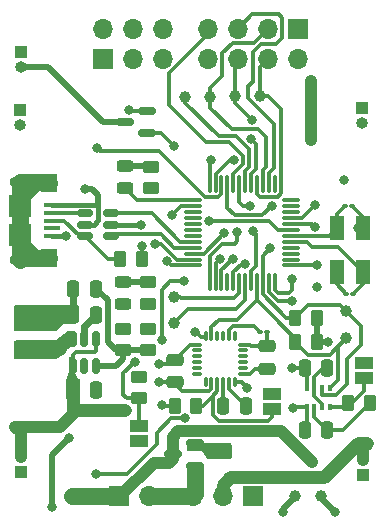
<source format=gbr>
%TF.GenerationSoftware,KiCad,Pcbnew,7.0.6-1.fc38*%
%TF.CreationDate,2023-08-03T18:28:49+02:00*%
%TF.ProjectId,quadcopter-flight-controler,71756164-636f-4707-9465-722d666c6967,rev?*%
%TF.SameCoordinates,Original*%
%TF.FileFunction,Copper,L1,Top*%
%TF.FilePolarity,Positive*%
%FSLAX46Y46*%
G04 Gerber Fmt 4.6, Leading zero omitted, Abs format (unit mm)*
G04 Created by KiCad (PCBNEW 7.0.6-1.fc38) date 2023-08-03 18:28:49*
%MOMM*%
%LPD*%
G01*
G04 APERTURE LIST*
G04 Aperture macros list*
%AMRoundRect*
0 Rectangle with rounded corners*
0 $1 Rounding radius*
0 $2 $3 $4 $5 $6 $7 $8 $9 X,Y pos of 4 corners*
0 Add a 4 corners polygon primitive as box body*
4,1,4,$2,$3,$4,$5,$6,$7,$8,$9,$2,$3,0*
0 Add four circle primitives for the rounded corners*
1,1,$1+$1,$2,$3*
1,1,$1+$1,$4,$5*
1,1,$1+$1,$6,$7*
1,1,$1+$1,$8,$9*
0 Add four rect primitives between the rounded corners*
20,1,$1+$1,$2,$3,$4,$5,0*
20,1,$1+$1,$4,$5,$6,$7,0*
20,1,$1+$1,$6,$7,$8,$9,0*
20,1,$1+$1,$8,$9,$2,$3,0*%
G04 Aperture macros list end*
%TA.AperFunction,ComponentPad*%
%ADD10R,1.700000X1.700000*%
%TD*%
%TA.AperFunction,ComponentPad*%
%ADD11O,1.700000X1.700000*%
%TD*%
%TA.AperFunction,SMDPad,CuDef*%
%ADD12R,0.350000X0.500000*%
%TD*%
%TA.AperFunction,SMDPad,CuDef*%
%ADD13RoundRect,0.250000X0.475000X-0.250000X0.475000X0.250000X-0.475000X0.250000X-0.475000X-0.250000X0*%
%TD*%
%TA.AperFunction,SMDPad,CuDef*%
%ADD14C,1.000000*%
%TD*%
%TA.AperFunction,SMDPad,CuDef*%
%ADD15RoundRect,0.243750X-0.456250X0.243750X-0.456250X-0.243750X0.456250X-0.243750X0.456250X0.243750X0*%
%TD*%
%TA.AperFunction,ComponentPad*%
%ADD16R,1.000000X1.000000*%
%TD*%
%TA.AperFunction,ComponentPad*%
%ADD17O,1.000000X1.000000*%
%TD*%
%TA.AperFunction,SMDPad,CuDef*%
%ADD18R,3.400000X0.980000*%
%TD*%
%TA.AperFunction,SMDPad,CuDef*%
%ADD19RoundRect,0.250000X-0.250000X-0.475000X0.250000X-0.475000X0.250000X0.475000X-0.250000X0.475000X0*%
%TD*%
%TA.AperFunction,SMDPad,CuDef*%
%ADD20RoundRect,0.250000X-0.450000X0.262500X-0.450000X-0.262500X0.450000X-0.262500X0.450000X0.262500X0*%
%TD*%
%TA.AperFunction,SMDPad,CuDef*%
%ADD21RoundRect,0.075000X0.662500X0.075000X-0.662500X0.075000X-0.662500X-0.075000X0.662500X-0.075000X0*%
%TD*%
%TA.AperFunction,SMDPad,CuDef*%
%ADD22RoundRect,0.075000X0.075000X0.662500X-0.075000X0.662500X-0.075000X-0.662500X0.075000X-0.662500X0*%
%TD*%
%TA.AperFunction,SMDPad,CuDef*%
%ADD23R,1.500000X1.000000*%
%TD*%
%TA.AperFunction,SMDPad,CuDef*%
%ADD24RoundRect,0.150000X0.587500X0.150000X-0.587500X0.150000X-0.587500X-0.150000X0.587500X-0.150000X0*%
%TD*%
%TA.AperFunction,SMDPad,CuDef*%
%ADD25R,1.200000X2.000000*%
%TD*%
%TA.AperFunction,SMDPad,CuDef*%
%ADD26R,1.350000X0.400000*%
%TD*%
%TA.AperFunction,SMDPad,CuDef*%
%ADD27R,1.400000X1.600000*%
%TD*%
%TA.AperFunction,SMDPad,CuDef*%
%ADD28R,1.900000X1.900000*%
%TD*%
%TA.AperFunction,ComponentPad*%
%ADD29O,1.800000X0.900000*%
%TD*%
%TA.AperFunction,SMDPad,CuDef*%
%ADD30RoundRect,0.250000X0.450000X-0.262500X0.450000X0.262500X-0.450000X0.262500X-0.450000X-0.262500X0*%
%TD*%
%TA.AperFunction,SMDPad,CuDef*%
%ADD31RoundRect,0.250000X0.250000X0.475000X-0.250000X0.475000X-0.250000X-0.475000X0.250000X-0.475000X0*%
%TD*%
%TA.AperFunction,SMDPad,CuDef*%
%ADD32RoundRect,0.075000X-0.350000X-0.075000X0.350000X-0.075000X0.350000X0.075000X-0.350000X0.075000X0*%
%TD*%
%TA.AperFunction,SMDPad,CuDef*%
%ADD33RoundRect,0.075000X0.075000X-0.350000X0.075000X0.350000X-0.075000X0.350000X-0.075000X-0.350000X0*%
%TD*%
%TA.AperFunction,SMDPad,CuDef*%
%ADD34RoundRect,0.250000X0.262500X0.450000X-0.262500X0.450000X-0.262500X-0.450000X0.262500X-0.450000X0*%
%TD*%
%TA.AperFunction,SMDPad,CuDef*%
%ADD35RoundRect,0.100000X0.130000X0.100000X-0.130000X0.100000X-0.130000X-0.100000X0.130000X-0.100000X0*%
%TD*%
%TA.AperFunction,SMDPad,CuDef*%
%ADD36RoundRect,0.250000X-0.262500X-0.450000X0.262500X-0.450000X0.262500X0.450000X-0.262500X0.450000X0*%
%TD*%
%TA.AperFunction,SMDPad,CuDef*%
%ADD37RoundRect,0.100000X-0.130000X-0.100000X0.130000X-0.100000X0.130000X0.100000X-0.130000X0.100000X0*%
%TD*%
%TA.AperFunction,SMDPad,CuDef*%
%ADD38RoundRect,0.150000X0.512500X0.150000X-0.512500X0.150000X-0.512500X-0.150000X0.512500X-0.150000X0*%
%TD*%
%TA.AperFunction,SMDPad,CuDef*%
%ADD39RoundRect,0.150000X-0.150000X0.512500X-0.150000X-0.512500X0.150000X-0.512500X0.150000X0.512500X0*%
%TD*%
%TA.AperFunction,ViaPad*%
%ADD40C,0.800000*%
%TD*%
%TA.AperFunction,Conductor*%
%ADD41C,0.300000*%
%TD*%
%TA.AperFunction,Conductor*%
%ADD42C,0.550000*%
%TD*%
%TA.AperFunction,Conductor*%
%ADD43C,0.620000*%
%TD*%
%TA.AperFunction,Conductor*%
%ADD44C,0.500000*%
%TD*%
%TA.AperFunction,Conductor*%
%ADD45C,1.000000*%
%TD*%
%TA.AperFunction,Conductor*%
%ADD46C,0.400000*%
%TD*%
%TA.AperFunction,Conductor*%
%ADD47C,1.100000*%
%TD*%
%TA.AperFunction,Conductor*%
%ADD48C,1.400000*%
%TD*%
G04 APERTURE END LIST*
D10*
%TO.P,J8,1,Pin_1*%
%TO.N,GND*%
X162320000Y-82600000D03*
D11*
%TO.P,J8,2,Pin_2*%
%TO.N,/OUT_PB1*%
X162320000Y-85140000D03*
%TO.P,J8,3,Pin_3*%
%TO.N,/SPI_SCK*%
X159780000Y-82600000D03*
%TO.P,J8,4,Pin_4*%
%TO.N,/SPI_MISO*%
X159780000Y-85140000D03*
%TO.P,J8,5,Pin_5*%
%TO.N,/GPIO_EXTI4*%
X157240000Y-82600000D03*
%TO.P,J8,6,Pin_6*%
%TO.N,/SPI_MOSI*%
X157240000Y-85140000D03*
%TO.P,J8,7,Pin_7*%
%TO.N,/OUT_PB2*%
X154700000Y-82600000D03*
%TO.P,J8,8,Pin_8*%
%TO.N,VDD*%
X154700000Y-85140000D03*
%TD*%
D12*
%TO.P,U6,1,GND*%
%TO.N,GND*%
X163050000Y-113050000D03*
%TO.P,U6,2,CSB*%
%TO.N,VDD*%
X163700000Y-113050000D03*
%TO.P,U6,3,SDI*%
%TO.N,/I2C_SDA*%
X164350000Y-113050000D03*
%TO.P,U6,4,SCK*%
%TO.N,/I2C_SCL*%
X165000000Y-113050000D03*
%TO.P,U6,5,SDO*%
%TO.N,Net-(JP3-A)*%
X165000000Y-114650000D03*
%TO.P,U6,6,VDDIO*%
%TO.N,VDD*%
X164350000Y-114650000D03*
%TO.P,U6,7,GND*%
%TO.N,GND*%
X163700000Y-114650000D03*
%TO.P,U6,8,VDD*%
%TO.N,VDD*%
X163050000Y-114650000D03*
%TD*%
D13*
%TO.P,C14,1*%
%TO.N,VDD*%
X159700000Y-111400000D03*
%TO.P,C14,2*%
%TO.N,GND*%
X159700000Y-109500000D03*
%TD*%
D14*
%TO.P,J19,1,Pin_1*%
%TO.N,/SPI_CS*%
X152800000Y-88400000D03*
%TD*%
D15*
%TO.P,D6,1,K*%
%TO.N,Net-(D6-K)*%
X147700000Y-94262500D03*
%TO.P,D6,2,A*%
%TO.N,/GPIO_PB12*%
X147700000Y-96137500D03*
%TD*%
D14*
%TO.P,J16,1,Pin_1*%
%TO.N,VDD*%
X162100000Y-122200000D03*
%TD*%
D13*
%TO.P,C2,1*%
%TO.N,VDD*%
X151900000Y-112550000D03*
%TO.P,C2,2*%
%TO.N,GND*%
X151900000Y-110650000D03*
%TD*%
D16*
%TO.P,J5,1,Pin_1*%
%TO.N,Net-(D3-A)*%
X138800000Y-89450000D03*
D17*
%TO.P,J5,2,Pin_2*%
%TO.N,VDC*%
X138800000Y-90720000D03*
%TD*%
D18*
%TO.P,L1,1,1*%
%TO.N,Net-(U1-SW)*%
X140050000Y-110000000D03*
%TO.P,L1,2,2*%
%TO.N,VDD*%
X140050000Y-107630000D03*
%TD*%
D14*
%TO.P,J15,1,Pin_1*%
%TO.N,/SPI_SCK*%
X154900000Y-88400000D03*
%TD*%
D19*
%TO.P,C13,1*%
%TO.N,VDD*%
X143300000Y-106815000D03*
%TO.P,C13,2*%
%TO.N,GND*%
X145200000Y-106815000D03*
%TD*%
%TO.P,C1,1*%
%TO.N,VDD*%
X143300000Y-104615000D03*
%TO.P,C1,2*%
%TO.N,Net-(U1-FB)*%
X145200000Y-104615000D03*
%TD*%
%TO.P,C15,1*%
%TO.N,Net-(U5-REGOUT)*%
X156000000Y-114550000D03*
%TO.P,C15,2*%
%TO.N,GND*%
X157900000Y-114550000D03*
%TD*%
D20*
%TO.P,R18,1*%
%TO.N,Net-(D6-K)*%
X149900000Y-94287500D03*
%TO.P,R18,2*%
%TO.N,GND*%
X149900000Y-96112500D03*
%TD*%
D14*
%TO.P,J13,1,Pin_1*%
%TO.N,/SPI_MOSI*%
X157000000Y-88300000D03*
%TD*%
D20*
%TO.P,R7,1*%
%TO.N,Net-(D1-K)*%
X149600000Y-104087500D03*
%TO.P,R7,2*%
%TO.N,GND*%
X149600000Y-105912500D03*
%TD*%
D15*
%TO.P,D1,1,K*%
%TO.N,Net-(D1-K)*%
X147500000Y-104062500D03*
%TO.P,D1,2,A*%
%TO.N,VDD*%
X147500000Y-105937500D03*
%TD*%
D16*
%TO.P,J9,1,Pin_1*%
%TO.N,VDD*%
X138900000Y-84600000D03*
D17*
%TO.P,J9,2,Pin_2*%
%TO.N,Net-(J9-Pin_2)*%
X138900000Y-85870000D03*
%TD*%
D21*
%TO.P,U2,1,VBAT*%
%TO.N,VDD*%
X161762500Y-102650000D03*
%TO.P,U2,2,PC13*%
%TO.N,unconnected-(U2-PC13-Pad2)*%
X161762500Y-102150000D03*
%TO.P,U2,3,PC14*%
%TO.N,unconnected-(U2-PC14-Pad3)*%
X161762500Y-101650000D03*
%TO.P,U2,4,PC15*%
%TO.N,unconnected-(U2-PC15-Pad4)*%
X161762500Y-101150000D03*
%TO.P,U2,5,PD0*%
%TO.N,Net-(U2-PD0)*%
X161762500Y-100650000D03*
%TO.P,U2,6,PD1*%
%TO.N,Net-(U2-PD1)*%
X161762500Y-100150000D03*
%TO.P,U2,7,NRST*%
%TO.N,/RST*%
X161762500Y-99650000D03*
%TO.P,U2,8,VSSA*%
%TO.N,GND*%
X161762500Y-99150000D03*
%TO.P,U2,9,VDDA*%
%TO.N,VDD*%
X161762500Y-98650000D03*
%TO.P,U2,10,PA0*%
%TO.N,unconnected-(U2-PA0-Pad10)*%
X161762500Y-98150000D03*
%TO.P,U2,11,PA1*%
%TO.N,unconnected-(U2-PA1-Pad11)*%
X161762500Y-97650000D03*
%TO.P,U2,12,PA2*%
%TO.N,unconnected-(U2-PA2-Pad12)*%
X161762500Y-97150000D03*
D22*
%TO.P,U2,13,PA3*%
%TO.N,unconnected-(U2-PA3-Pad13)*%
X160350000Y-95737500D03*
%TO.P,U2,14,PA4*%
%TO.N,/GPIO_EXTI4*%
X159850000Y-95737500D03*
%TO.P,U2,15,PA5*%
%TO.N,/SPI_SCK*%
X159350000Y-95737500D03*
%TO.P,U2,16,PA6*%
%TO.N,/SPI_MISO*%
X158850000Y-95737500D03*
%TO.P,U2,17,PA7*%
%TO.N,/SPI_MOSI*%
X158350000Y-95737500D03*
%TO.P,U2,18,PB0*%
%TO.N,/SPI_CS*%
X157850000Y-95737500D03*
%TO.P,U2,19,PB1*%
%TO.N,/OUT_PB1*%
X157350000Y-95737500D03*
%TO.P,U2,20,PB2*%
%TO.N,/OUT_PB2*%
X156850000Y-95737500D03*
%TO.P,U2,21,PB10*%
%TO.N,/TM2_CH3*%
X156350000Y-95737500D03*
%TO.P,U2,22,PB11*%
%TO.N,/TM2_CH4*%
X155850000Y-95737500D03*
%TO.P,U2,23,VSS*%
%TO.N,GND*%
X155350000Y-95737500D03*
%TO.P,U2,24,VDD*%
%TO.N,VDD*%
X154850000Y-95737500D03*
D21*
%TO.P,U2,25,PB12*%
%TO.N,/GPIO_PB12*%
X153437500Y-97150000D03*
%TO.P,U2,26,PB13*%
%TO.N,/GPIO_PB13*%
X153437500Y-97650000D03*
%TO.P,U2,27,PB14*%
%TO.N,unconnected-(U2-PB14-Pad27)*%
X153437500Y-98150000D03*
%TO.P,U2,28,PB15*%
%TO.N,unconnected-(U2-PB15-Pad28)*%
X153437500Y-98650000D03*
%TO.P,U2,29,PA8*%
%TO.N,unconnected-(U2-PA8-Pad29)*%
X153437500Y-99150000D03*
%TO.P,U2,30,PA9*%
%TO.N,unconnected-(U2-PA9-Pad30)*%
X153437500Y-99650000D03*
%TO.P,U2,31,PA10*%
%TO.N,unconnected-(U2-PA10-Pad31)*%
X153437500Y-100150000D03*
%TO.P,U2,32,PA11*%
%TO.N,/USB_DM*%
X153437500Y-100650000D03*
%TO.P,U2,33,PA12*%
%TO.N,/USB_DP*%
X153437500Y-101150000D03*
%TO.P,U2,34,PA13*%
%TO.N,/SWDIO*%
X153437500Y-101650000D03*
%TO.P,U2,35,VSS*%
%TO.N,GND*%
X153437500Y-102150000D03*
%TO.P,U2,36,VDD*%
%TO.N,VDD*%
X153437500Y-102650000D03*
D22*
%TO.P,U2,37,PA14*%
%TO.N,/SWCLK*%
X154850000Y-104062500D03*
%TO.P,U2,38,PA15*%
%TO.N,/TM2_CH1*%
X155350000Y-104062500D03*
%TO.P,U2,39,PB3*%
%TO.N,/TM2_CH2*%
X155850000Y-104062500D03*
%TO.P,U2,40,PB4*%
%TO.N,unconnected-(U2-PB4-Pad40)*%
X156350000Y-104062500D03*
%TO.P,U2,41,PB5*%
%TO.N,/PB5_EXTI5*%
X156850000Y-104062500D03*
%TO.P,U2,42,PB6*%
%TO.N,/USART1_TX*%
X157350000Y-104062500D03*
%TO.P,U2,43,PB7*%
%TO.N,/USART1_RX*%
X157850000Y-104062500D03*
%TO.P,U2,44,BOOT0*%
%TO.N,/BOOT0*%
X158350000Y-104062500D03*
%TO.P,U2,45,PB8*%
%TO.N,/I2C_SCL*%
X158850000Y-104062500D03*
%TO.P,U2,46,PB9*%
%TO.N,/I2C_SDA*%
X159350000Y-104062500D03*
%TO.P,U2,47,VSS*%
%TO.N,GND*%
X159850000Y-104062500D03*
%TO.P,U2,48,VDD*%
%TO.N,VDD*%
X160350000Y-104062500D03*
%TD*%
D14*
%TO.P,J11,1,Pin_1*%
%TO.N,/I2C_SCL*%
X166400000Y-108800000D03*
%TD*%
D23*
%TO.P,JP1,1,A*%
%TO.N,Net-(JP1-A)*%
X160100000Y-114800000D03*
%TO.P,JP1,2,B*%
%TO.N,VDD*%
X160100000Y-113500000D03*
%TD*%
D24*
%TO.P,Q6,1,B*%
%TO.N,Net-(Q6-B)*%
X149575000Y-91450000D03*
%TO.P,Q6,2,E*%
%TO.N,GND*%
X149575000Y-89550000D03*
%TO.P,Q6,3,C*%
%TO.N,Net-(J9-Pin_2)*%
X147700000Y-90500000D03*
%TD*%
D23*
%TO.P,JP4,1,A*%
%TO.N,/BOOT0*%
X148900000Y-116250000D03*
%TO.P,JP4,2,B*%
%TO.N,VDD*%
X148900000Y-117550000D03*
%TD*%
D25*
%TO.P,Y1,1,1*%
%TO.N,Net-(U2-PD1)*%
X165600000Y-99500000D03*
%TO.P,Y1,2,2*%
%TO.N,GND*%
X165600000Y-103200000D03*
%TO.P,Y1,3,3*%
%TO.N,Net-(U2-PD0)*%
X167800000Y-103200000D03*
%TO.P,Y1,4,4*%
%TO.N,GND*%
X167800000Y-99500000D03*
%TD*%
D11*
%TO.P,J4,1,VCC*%
%TO.N,VDD*%
X150900000Y-85175000D03*
%TO.P,J4,2,SWDIO*%
%TO.N,/SWDIO*%
X150900000Y-82635000D03*
%TO.P,J4,3,~{RESET}*%
%TO.N,/RST*%
X148360000Y-85175000D03*
%TO.P,J4,4,SWCLK*%
%TO.N,/SWCLK*%
X148360000Y-82635000D03*
D10*
%TO.P,J4,5,GND*%
%TO.N,GND*%
X145820000Y-85175000D03*
D11*
%TO.P,J4,6,SWO*%
%TO.N,unconnected-(J4-SWO-Pad6)*%
X145820000Y-82635000D03*
%TD*%
D26*
%TO.P,J2,1,VUSB*%
%TO.N,+5V*%
X141500000Y-97550000D03*
%TO.P,J2,2,D-*%
%TO.N,/USB_CONN_DM*%
X141500000Y-98200000D03*
%TO.P,J2,3,D+*%
%TO.N,/USB_CONN_DP*%
X141500000Y-98850000D03*
%TO.P,J2,4,ID*%
%TO.N,unconnected-(J2-ID-Pad4)*%
X141500000Y-99500000D03*
%TO.P,J2,5,GND*%
%TO.N,GND*%
X141500000Y-100150000D03*
D27*
%TO.P,J2,S1,SHIELD*%
%TO.N,unconnected-(J2-SHIELD-PadS1)*%
X141275000Y-95650000D03*
%TO.P,J2,S2,SHIELD*%
X141275000Y-102050000D03*
D28*
%TO.P,J2,S3,SHIELD*%
X138825000Y-100050000D03*
%TO.P,J2,S4,SHIELD*%
X138825000Y-97650000D03*
D29*
%TO.P,J2,S5,SHIELD*%
X138825000Y-95550000D03*
%TO.P,J2,S6,SHIELD*%
X138825000Y-102150000D03*
%TD*%
D14*
%TO.P,J17,1,Pin_1*%
%TO.N,/USART1_TX*%
X151800000Y-105300000D03*
%TD*%
%TO.P,J10,1,Pin_1*%
%TO.N,/I2C_SDA*%
X166400000Y-106500000D03*
%TD*%
D16*
%TO.P,J7,1,Pin_1*%
%TO.N,Net-(D5-A)*%
X138875000Y-120125000D03*
D17*
%TO.P,J7,2,Pin_2*%
%TO.N,VDC*%
X138875000Y-118855000D03*
%TD*%
D30*
%TO.P,R3,1*%
%TO.N,/BOOT0*%
X148900000Y-113912500D03*
%TO.P,R3,2*%
%TO.N,GND*%
X148900000Y-112087500D03*
%TD*%
D31*
%TO.P,C18,1*%
%TO.N,VDD*%
X164800000Y-111350000D03*
%TO.P,C18,2*%
%TO.N,GND*%
X162900000Y-111350000D03*
%TD*%
D19*
%TO.P,C12,1*%
%TO.N,VDC*%
X143300000Y-113215000D03*
%TO.P,C12,2*%
%TO.N,GND*%
X145200000Y-113215000D03*
%TD*%
D32*
%TO.P,U5,1,CLKIN*%
%TO.N,GND*%
X153800000Y-109350000D03*
%TO.P,U5,2,NC*%
%TO.N,unconnected-(U5-NC-Pad2)*%
X153800000Y-109850000D03*
%TO.P,U5,3,NC*%
%TO.N,unconnected-(U5-NC-Pad3)*%
X153800000Y-110350000D03*
%TO.P,U5,4,NC*%
%TO.N,unconnected-(U5-NC-Pad4)*%
X153800000Y-110850000D03*
%TO.P,U5,5,NC*%
%TO.N,unconnected-(U5-NC-Pad5)*%
X153800000Y-111350000D03*
%TO.P,U5,6,AUX_DA*%
%TO.N,unconnected-(U5-AUX_DA-Pad6)*%
X153800000Y-111850000D03*
D33*
%TO.P,U5,7,AUX_CL*%
%TO.N,unconnected-(U5-AUX_CL-Pad7)*%
X154500000Y-112550000D03*
%TO.P,U5,8,VLOGIC*%
%TO.N,VDD*%
X155000000Y-112550000D03*
%TO.P,U5,9,AD0*%
%TO.N,Net-(JP1-A)*%
X155500000Y-112550000D03*
%TO.P,U5,10,REGOUT*%
%TO.N,Net-(U5-REGOUT)*%
X156000000Y-112550000D03*
%TO.P,U5,11,FSYNC*%
%TO.N,GND*%
X156500000Y-112550000D03*
%TO.P,U5,12,INT*%
%TO.N,/PB5_EXTI5*%
X157000000Y-112550000D03*
D32*
%TO.P,U5,13,VDD*%
%TO.N,VDD*%
X157700000Y-111850000D03*
%TO.P,U5,14,NC*%
%TO.N,unconnected-(U5-NC-Pad14)*%
X157700000Y-111350000D03*
%TO.P,U5,15,NC*%
%TO.N,unconnected-(U5-NC-Pad15)*%
X157700000Y-110850000D03*
%TO.P,U5,16,NC*%
%TO.N,unconnected-(U5-NC-Pad16)*%
X157700000Y-110350000D03*
%TO.P,U5,17,NC*%
%TO.N,unconnected-(U5-NC-Pad17)*%
X157700000Y-109850000D03*
%TO.P,U5,18,GND*%
%TO.N,GND*%
X157700000Y-109350000D03*
D33*
%TO.P,U5,19,RESV*%
%TO.N,unconnected-(U5-RESV-Pad19)*%
X157000000Y-108650000D03*
%TO.P,U5,20,CPOUT*%
%TO.N,Net-(U5-CPOUT)*%
X156500000Y-108650000D03*
%TO.P,U5,21,RESV*%
%TO.N,unconnected-(U5-RESV-Pad21)*%
X156000000Y-108650000D03*
%TO.P,U5,22,RESV*%
%TO.N,unconnected-(U5-RESV-Pad22)*%
X155500000Y-108650000D03*
%TO.P,U5,23,SCL*%
%TO.N,/I2C_SCL*%
X155000000Y-108650000D03*
%TO.P,U5,24,SDA*%
%TO.N,/I2C_SDA*%
X154500000Y-108650000D03*
%TD*%
D14*
%TO.P,J18,1,Pin_1*%
%TO.N,/USART1_RX*%
X151800000Y-107500000D03*
%TD*%
D34*
%TO.P,R1,1*%
%TO.N,VDD*%
X163925000Y-109100000D03*
%TO.P,R1,2*%
%TO.N,/I2C_SCL*%
X162100000Y-109100000D03*
%TD*%
D23*
%TO.P,JP3,1,A*%
%TO.N,Net-(JP3-A)*%
X167900000Y-112200000D03*
%TO.P,JP3,2,B*%
%TO.N,VDD*%
X167900000Y-110900000D03*
%TD*%
D30*
%TO.P,R6,1*%
%TO.N,Net-(U1-FB)*%
X149600000Y-109825000D03*
%TO.P,R6,2*%
%TO.N,VDD*%
X149600000Y-108000000D03*
%TD*%
D14*
%TO.P,J12,1,Pin_1*%
%TO.N,GND*%
X164300000Y-122200000D03*
%TD*%
D35*
%TO.P,C11,1*%
%TO.N,GND*%
X166920000Y-97645000D03*
%TO.P,C11,2*%
%TO.N,Net-(U2-PD1)*%
X166280000Y-97645000D03*
%TD*%
D36*
%TO.P,R9,1*%
%TO.N,Net-(JP3-A)*%
X166600000Y-114300000D03*
%TO.P,R9,2*%
%TO.N,GND*%
X168425000Y-114300000D03*
%TD*%
D19*
%TO.P,C17,1*%
%TO.N,VDD*%
X162900000Y-116600000D03*
%TO.P,C17,2*%
%TO.N,GND*%
X164800000Y-116600000D03*
%TD*%
D37*
%TO.P,C10,1*%
%TO.N,GND*%
X166380000Y-105045000D03*
%TO.P,C10,2*%
%TO.N,Net-(U2-PD0)*%
X167020000Y-105045000D03*
%TD*%
D10*
%TO.P,J20,1,Pin_1*%
%TO.N,+5V*%
X158480000Y-122200000D03*
D11*
%TO.P,J20,2,Pin_2*%
%TO.N,VDC*%
X155940000Y-122200000D03*
%TO.P,J20,3,Pin_3*%
%TO.N,+BATT*%
X153400000Y-122200000D03*
%TD*%
D14*
%TO.P,J14,1,Pin_1*%
%TO.N,/SPI_MISO*%
X159100000Y-88300000D03*
%TD*%
D37*
%TO.P,C16,1*%
%TO.N,Net-(U5-CPOUT)*%
X159080000Y-108300000D03*
%TO.P,C16,2*%
%TO.N,GND*%
X159720000Y-108300000D03*
%TD*%
D34*
%TO.P,R2,1*%
%TO.N,VDD*%
X149100000Y-102100000D03*
%TO.P,R2,2*%
%TO.N,/USB_CONN_DP*%
X147275000Y-102100000D03*
%TD*%
D16*
%TO.P,J6,1,Pin_1*%
%TO.N,Net-(D4-A)*%
X167725000Y-89350000D03*
D17*
%TO.P,J6,2,Pin_2*%
%TO.N,VDC*%
X167725000Y-90620000D03*
%TD*%
D30*
%TO.P,R5,1*%
%TO.N,Net-(U1-FB)*%
X147500000Y-109825000D03*
%TO.P,R5,2*%
%TO.N,GND*%
X147500000Y-108000000D03*
%TD*%
D10*
%TO.P,J3,1,Pin_1*%
%TO.N,-BATT*%
X147200000Y-122200000D03*
D11*
%TO.P,J3,2,Pin_2*%
%TO.N,+BATT*%
X149740000Y-122200000D03*
%TD*%
D34*
%TO.P,R4,1*%
%TO.N,VDD*%
X163925000Y-107100000D03*
%TO.P,R4,2*%
%TO.N,/I2C_SDA*%
X162100000Y-107100000D03*
%TD*%
%TO.P,R8,1*%
%TO.N,Net-(JP1-A)*%
X153712500Y-114550000D03*
%TO.P,R8,2*%
%TO.N,GND*%
X151887500Y-114550000D03*
%TD*%
D24*
%TO.P,Q5,1,G*%
%TO.N,+BATT*%
X153600000Y-119600000D03*
%TO.P,Q5,2,S*%
%TO.N,GND*%
X153600000Y-117700000D03*
%TO.P,Q5,3,D*%
%TO.N,-BATT*%
X151725000Y-118650000D03*
%TD*%
D38*
%TO.P,U3,1,I/O1*%
%TO.N,/USB_DP*%
X146537500Y-100150000D03*
%TO.P,U3,2,GND*%
%TO.N,GND*%
X146537500Y-99200000D03*
%TO.P,U3,3,I/O2*%
%TO.N,/USB_DM*%
X146537500Y-98250000D03*
%TO.P,U3,4,I/O2*%
%TO.N,/USB_CONN_DM*%
X144262500Y-98250000D03*
%TO.P,U3,5,VBUS*%
%TO.N,+5V*%
X144262500Y-99200000D03*
%TO.P,U3,6,I/O1*%
%TO.N,/USB_CONN_DP*%
X144262500Y-100150000D03*
%TD*%
D16*
%TO.P,J1,1,Pin_1*%
%TO.N,Net-(D2-A)*%
X167800000Y-120400000D03*
D17*
%TO.P,J1,2,Pin_2*%
%TO.N,VDC*%
X167800000Y-119130000D03*
%TD*%
D39*
%TO.P,U1,1,EN*%
%TO.N,VDC*%
X145200000Y-108877500D03*
%TO.P,U1,2,GND*%
%TO.N,GND*%
X144250000Y-108877500D03*
%TO.P,U1,3,SW*%
%TO.N,Net-(U1-SW)*%
X143300000Y-108877500D03*
%TO.P,U1,4,VIN*%
%TO.N,VDC*%
X143300000Y-111152500D03*
%TO.P,U1,5,PG*%
%TO.N,unconnected-(U1-PG-Pad5)*%
X144250000Y-111152500D03*
%TO.P,U1,6,FB*%
%TO.N,Net-(U1-FB)*%
X145200000Y-111152500D03*
%TD*%
D40*
%TO.N,VDD*%
X155000000Y-93700000D03*
X161100000Y-123500000D03*
X168000000Y-110900000D03*
X163925000Y-107100000D03*
X164900000Y-109100000D03*
X149100000Y-101000000D03*
X159700000Y-111400000D03*
X160100000Y-113500000D03*
X161800000Y-103800000D03*
X151200000Y-102300000D03*
X147500000Y-106000000D03*
X150600000Y-112500000D03*
X149600000Y-108000000D03*
X143300000Y-104615000D03*
X163800000Y-97500000D03*
X148900000Y-117600000D03*
X161900000Y-114700000D03*
X163900000Y-102600000D03*
X164800000Y-111350000D03*
%TO.N,GND*%
X165500000Y-123500000D03*
X149587500Y-105912500D03*
X156900000Y-93700000D03*
X161800000Y-111300000D03*
X150600000Y-111000000D03*
X167400000Y-99500000D03*
X166200000Y-95400000D03*
X145200000Y-113200000D03*
X163800000Y-99400000D03*
X155100000Y-118400000D03*
X165600000Y-103200000D03*
X150200000Y-100800000D03*
X156100000Y-118400000D03*
X142700000Y-100200000D03*
X145200000Y-106815000D03*
X148000000Y-89500000D03*
X148900000Y-112100000D03*
X157900000Y-114550000D03*
X149900000Y-96100000D03*
X149000000Y-99200000D03*
X147500000Y-108000000D03*
X161800000Y-105700000D03*
X150800000Y-114500000D03*
X168425000Y-114300000D03*
X163900000Y-104500000D03*
X159700000Y-109500000D03*
%TO.N,/RST*%
X154800000Y-98900000D03*
%TO.N,VDC*%
X147650000Y-114900000D03*
X138400000Y-116300000D03*
X168200000Y-117700000D03*
%TO.N,/SWDIO*%
X156100000Y-99900000D03*
%TO.N,/SWCLK*%
X157200000Y-99800000D03*
%TO.N,+5V*%
X144300000Y-96200000D03*
X142950000Y-117250000D03*
X141500000Y-123100000D03*
%TO.N,/BOOT0*%
X158500000Y-99700000D03*
X152700000Y-104000000D03*
X148500000Y-110800000D03*
X150800000Y-109000000D03*
%TO.N,/SPI_MOSI*%
X158400000Y-90300000D03*
X158370023Y-91929977D03*
%TO.N,/I2C_SDA*%
X153600000Y-108300000D03*
X160000000Y-101200000D03*
%TO.N,/PB5_EXTI5*%
X158000000Y-113000000D03*
X157800000Y-102500000D03*
%TO.N,-BATT*%
X143187500Y-122200000D03*
X163412500Y-87000000D03*
X163500000Y-119300000D03*
X163400000Y-92000000D03*
%TO.N,/TM2_CH1*%
X152800000Y-115600000D03*
X155700000Y-102100000D03*
X145200000Y-120312500D03*
%TO.N,/TM2_CH2*%
X156800000Y-102100000D03*
%TO.N,/TM2_CH3*%
X160100000Y-97600000D03*
%TO.N,/TM2_CH4*%
X145312500Y-92700000D03*
%TO.N,/OUT_PB1*%
X158300000Y-97600000D03*
%TO.N,Net-(Q6-B)*%
X151800000Y-92500000D03*
%TO.N,/GPIO_PB13*%
X151700000Y-98400000D03*
%TD*%
D41*
%TO.N,VDD*%
X164473528Y-111350000D02*
X164800000Y-111350000D01*
D42*
X161100000Y-123300000D02*
X162200000Y-122200000D01*
D41*
X155000000Y-113076041D02*
X155000000Y-112550000D01*
X148900000Y-117550000D02*
X148900000Y-117600000D01*
X161550000Y-104950000D02*
X161800000Y-104700000D01*
X167900000Y-110900000D02*
X168000000Y-110900000D01*
X158226041Y-111850000D02*
X157700000Y-111850000D01*
X163700000Y-113050000D02*
X163700000Y-112123528D01*
D42*
X163925000Y-109100000D02*
X163925000Y-107100000D01*
D41*
X162650000Y-98650000D02*
X163800000Y-97500000D01*
X161900000Y-114700000D02*
X161950000Y-114650000D01*
X163700000Y-112123528D02*
X164473528Y-111350000D01*
X159700000Y-111400000D02*
X158676041Y-111400000D01*
D42*
X163925000Y-109100000D02*
X164900000Y-109100000D01*
D41*
X160606065Y-104950000D02*
X161550000Y-104950000D01*
X163700000Y-113728554D02*
X163700000Y-113050000D01*
X154850000Y-93850000D02*
X155000000Y-93700000D01*
X161950000Y-114650000D02*
X163050000Y-114650000D01*
X150650000Y-112550000D02*
X150600000Y-112500000D01*
X153437500Y-102650000D02*
X151550000Y-102650000D01*
X163050000Y-116250000D02*
X163050000Y-114650000D01*
X161762500Y-102650000D02*
X163850000Y-102650000D01*
X151550000Y-102650000D02*
X151200000Y-102300000D01*
X158676041Y-111400000D02*
X158226041Y-111850000D01*
X151800000Y-112550000D02*
X151800000Y-112600000D01*
X152525000Y-113325000D02*
X154751041Y-113325000D01*
X161762500Y-98650000D02*
X162650000Y-98650000D01*
X160350000Y-104693935D02*
X160606065Y-104950000D01*
X160350000Y-104062500D02*
X160350000Y-104693935D01*
D42*
X161100000Y-123500000D02*
X161100000Y-123300000D01*
D43*
X147500000Y-105937500D02*
X147500000Y-106000000D01*
D41*
X164350000Y-114650000D02*
X164350000Y-114378554D01*
X151800000Y-112600000D02*
X152525000Y-113325000D01*
X149100000Y-102100000D02*
X149100000Y-101000000D01*
X154751041Y-113325000D02*
X155000000Y-113076041D01*
D43*
X143300000Y-106815000D02*
X143300000Y-104615000D01*
D41*
X154850000Y-95737500D02*
X154850000Y-93850000D01*
X151900000Y-112550000D02*
X150650000Y-112550000D01*
X163850000Y-102650000D02*
X163900000Y-102600000D01*
X161800000Y-104700000D02*
X161800000Y-103800000D01*
X164350000Y-114378554D02*
X163700000Y-113728554D01*
D44*
%TO.N,Net-(U1-FB)*%
X147500000Y-109825000D02*
X146925000Y-109825000D01*
D42*
X147500000Y-109825000D02*
X149600000Y-109825000D01*
D44*
X146200000Y-109100000D02*
X146200000Y-105615000D01*
X145200000Y-111152500D02*
X146947500Y-111152500D01*
X146925000Y-109825000D02*
X146200000Y-109100000D01*
X147500000Y-110600000D02*
X147500000Y-109825000D01*
X146947500Y-111152500D02*
X147500000Y-110600000D01*
X146200000Y-105615000D02*
X145200000Y-104615000D01*
D42*
%TO.N,GND*%
X164400000Y-122400000D02*
X164400000Y-122200000D01*
D41*
X163050000Y-113050000D02*
X163050000Y-111500000D01*
X152110661Y-102150000D02*
X153437500Y-102150000D01*
D43*
X145200000Y-106815000D02*
X144250000Y-107765000D01*
D41*
X150850000Y-114550000D02*
X150800000Y-114500000D01*
X159850000Y-104901041D02*
X160648959Y-105700000D01*
X149575000Y-89550000D02*
X148050000Y-89550000D01*
X164800000Y-116600000D02*
X166125000Y-116600000D01*
X151550000Y-111000000D02*
X150600000Y-111000000D01*
D45*
X148900000Y-112087500D02*
X148900000Y-112100000D01*
D41*
X155350000Y-95737500D02*
X155350000Y-94898959D01*
X150760661Y-100800000D02*
X152110661Y-102150000D01*
X149900000Y-96112500D02*
X149900000Y-96100000D01*
X159720000Y-109480000D02*
X159700000Y-109500000D01*
D46*
X149000000Y-99200000D02*
X146537500Y-99200000D01*
D41*
X150200000Y-100800000D02*
X150760661Y-100800000D01*
D45*
X145200000Y-113215000D02*
X145200000Y-113200000D01*
D42*
X165500000Y-123500000D02*
X164400000Y-122400000D01*
D41*
X151887500Y-114550000D02*
X150850000Y-114550000D01*
D43*
X144250000Y-107765000D02*
X144250000Y-108877500D01*
D41*
X162900000Y-111350000D02*
X162850000Y-111300000D01*
X151900000Y-110650000D02*
X153200000Y-109350000D01*
X162850000Y-111300000D02*
X161800000Y-111300000D01*
X151900000Y-110650000D02*
X151550000Y-111000000D01*
D46*
X142650000Y-100150000D02*
X142700000Y-100200000D01*
D41*
X159700000Y-109500000D02*
X158376041Y-109500000D01*
X156548959Y-93700000D02*
X156900000Y-93700000D01*
X155350000Y-94898959D02*
X156548959Y-93700000D01*
X166125000Y-116600000D02*
X168425000Y-114300000D01*
D46*
X141500000Y-100150000D02*
X142650000Y-100150000D01*
D41*
X167800000Y-99500000D02*
X167800000Y-98525000D01*
X167800000Y-99500000D02*
X167400000Y-99500000D01*
X158226041Y-109350000D02*
X157700000Y-109350000D01*
X163050000Y-111500000D02*
X162900000Y-111350000D01*
X160648959Y-105700000D02*
X161800000Y-105700000D01*
X161762500Y-99150000D02*
X163550000Y-99150000D01*
X163700000Y-114650000D02*
X163700000Y-115500000D01*
X163700000Y-115500000D02*
X164800000Y-116600000D01*
X153200000Y-109350000D02*
X153800000Y-109350000D01*
X165600000Y-104265000D02*
X166380000Y-105045000D01*
X165600000Y-103200000D02*
X165600000Y-104265000D01*
X163550000Y-99150000D02*
X163800000Y-99400000D01*
X159850000Y-104062500D02*
X159850000Y-104901041D01*
X159720000Y-108300000D02*
X159720000Y-109480000D01*
X167800000Y-98525000D02*
X166920000Y-97645000D01*
X158376041Y-109500000D02*
X158226041Y-109350000D01*
X157900000Y-114550000D02*
X156500000Y-113150000D01*
D45*
X149587500Y-105912500D02*
X149600000Y-105912500D01*
D41*
X156500000Y-113150000D02*
X156500000Y-112550000D01*
X148050000Y-89550000D02*
X148000000Y-89500000D01*
%TO.N,/RST*%
X160650000Y-99650000D02*
X161762500Y-99650000D01*
X159900000Y-98900000D02*
X160650000Y-99650000D01*
X154800000Y-98900000D02*
X159900000Y-98900000D01*
%TO.N,Net-(U2-PD0)*%
X167800000Y-103200000D02*
X167800000Y-104265000D01*
X163050000Y-100650000D02*
X163500000Y-101100000D01*
X167800000Y-104265000D02*
X167020000Y-105045000D01*
X165700000Y-101100000D02*
X167800000Y-103200000D01*
X161762500Y-100650000D02*
X163050000Y-100650000D01*
X163500000Y-101100000D02*
X165700000Y-101100000D01*
D47*
%TO.N,VDC*%
X164500000Y-120600000D02*
X167400000Y-117700000D01*
D45*
X143300000Y-113215000D02*
X143300000Y-115200000D01*
D47*
X155940000Y-121260000D02*
X156600000Y-120600000D01*
D41*
X145200000Y-109900000D02*
X145200000Y-108877500D01*
D47*
X167400000Y-117700000D02*
X168200000Y-117700000D01*
D41*
X143300000Y-111152500D02*
X143300000Y-110200000D01*
D45*
X138875000Y-116775000D02*
X138875000Y-118855000D01*
D47*
X168100000Y-117800000D02*
X168200000Y-117700000D01*
D45*
X167800000Y-118100000D02*
X167800000Y-119130000D01*
X143300000Y-115200000D02*
X142200000Y-116300000D01*
D47*
X156600000Y-120600000D02*
X164500000Y-120600000D01*
D41*
X143500000Y-110000000D02*
X145100000Y-110000000D01*
D47*
X155940000Y-122200000D02*
X155940000Y-121260000D01*
D41*
X143300000Y-110200000D02*
X143500000Y-110000000D01*
X145100000Y-110000000D02*
X145200000Y-109900000D01*
D47*
X143300000Y-114600000D02*
X143300000Y-113215000D01*
D45*
X142200000Y-116300000D02*
X138400000Y-116300000D01*
D47*
X143600000Y-114900000D02*
X143300000Y-114600000D01*
D45*
X168200000Y-117700000D02*
X167800000Y-118100000D01*
X138400000Y-116300000D02*
X138875000Y-116775000D01*
D47*
X147650000Y-114900000D02*
X143600000Y-114900000D01*
D42*
%TO.N,Net-(D1-K)*%
X149575000Y-104062500D02*
X149600000Y-104087500D01*
X147500000Y-104062500D02*
X149575000Y-104062500D01*
D41*
%TO.N,/SWDIO*%
X156100000Y-99900000D02*
X154350000Y-101650000D01*
X154350000Y-101650000D02*
X153437500Y-101650000D01*
%TO.N,/SWCLK*%
X157000000Y-100800000D02*
X155907106Y-100800000D01*
X157200000Y-100600000D02*
X157000000Y-100800000D01*
X154850000Y-101857106D02*
X154850000Y-104062500D01*
X157200000Y-99800000D02*
X157200000Y-100600000D01*
X155907106Y-100800000D02*
X154850000Y-101857106D01*
D46*
%TO.N,+5V*%
X145022182Y-99200000D02*
X144262500Y-99200000D01*
X145250000Y-97550000D02*
X145400000Y-97700000D01*
D42*
X145400000Y-97700000D02*
X145400000Y-96700000D01*
X141500000Y-118700000D02*
X141500000Y-123100000D01*
X144900000Y-96200000D02*
X144300000Y-96200000D01*
X145400000Y-96700000D02*
X144900000Y-96200000D01*
D46*
X145400000Y-98822182D02*
X145022182Y-99200000D01*
X145400000Y-97700000D02*
X145400000Y-98822182D01*
X141500000Y-97550000D02*
X145250000Y-97550000D01*
D42*
X142950000Y-117250000D02*
X141500000Y-118700000D01*
D41*
%TO.N,/USB_CONN_DM*%
X144212500Y-98200000D02*
X144262500Y-98250000D01*
X141500000Y-98200000D02*
X144212500Y-98200000D01*
%TO.N,/USB_CONN_DP*%
X146212500Y-102100000D02*
X144262500Y-100150000D01*
X147275000Y-102100000D02*
X146212500Y-102100000D01*
X142542893Y-98850000D02*
X143842893Y-100150000D01*
X143842893Y-100150000D02*
X144262500Y-100150000D01*
X141500000Y-98850000D02*
X142542893Y-98850000D01*
D48*
%TO.N,unconnected-(J2-SHIELD-PadS1)*%
X140100000Y-95550000D02*
X141175000Y-95550000D01*
X141275000Y-102050000D02*
X140000000Y-102050000D01*
X138825000Y-100875000D02*
X138825000Y-100050000D01*
X141275000Y-102050000D02*
X138925000Y-102050000D01*
X138925000Y-102050000D02*
X138825000Y-102150000D01*
X138825000Y-96825000D02*
X140100000Y-95550000D01*
X138825000Y-95550000D02*
X140100000Y-95550000D01*
X138825000Y-97650000D02*
X138825000Y-96500000D01*
X141175000Y-95550000D02*
X141275000Y-95650000D01*
X138825000Y-100050000D02*
X138825000Y-97650000D01*
X138825000Y-96500000D02*
X138825000Y-95550000D01*
X140000000Y-102050000D02*
X138825000Y-100875000D01*
X138825000Y-102150000D02*
X138825000Y-100050000D01*
X138825000Y-97650000D02*
X138825000Y-96825000D01*
%TO.N,+BATT*%
X153600000Y-122000000D02*
X153600000Y-120000000D01*
X149740000Y-122200000D02*
X153400000Y-122200000D01*
X153400000Y-122200000D02*
X151087500Y-122200000D01*
X153400000Y-122200000D02*
X153600000Y-122000000D01*
D41*
%TO.N,/BOOT0*%
X151500000Y-104000000D02*
X150800000Y-104700000D01*
X158800000Y-102700000D02*
X158350000Y-103150000D01*
X147500000Y-113600000D02*
X147812500Y-113912500D01*
X148900000Y-116250000D02*
X148900000Y-113912500D01*
X158350000Y-103150000D02*
X158350000Y-104062500D01*
X150800000Y-104700000D02*
X150800000Y-109000000D01*
X158800000Y-100000000D02*
X158800000Y-102700000D01*
X148500000Y-110800000D02*
X147500000Y-111800000D01*
X158500000Y-99700000D02*
X158800000Y-100000000D01*
X152700000Y-104000000D02*
X151500000Y-104000000D01*
X147500000Y-111800000D02*
X147500000Y-113600000D01*
X147812500Y-113912500D02*
X148900000Y-113912500D01*
%TO.N,/SPI_SCK*%
X159600000Y-94300000D02*
X159350000Y-94550000D01*
X159600000Y-91800000D02*
X159600000Y-94300000D01*
X156700000Y-91100000D02*
X158900000Y-91100000D01*
X156800000Y-83800000D02*
X158580000Y-83800000D01*
X154900000Y-88400000D02*
X154900000Y-87600000D01*
X154900000Y-88400000D02*
X154900000Y-89300000D01*
X154900000Y-89300000D02*
X156700000Y-91100000D01*
X154900000Y-87600000D02*
X155900000Y-86600000D01*
X158580000Y-83800000D02*
X159780000Y-82600000D01*
X155900000Y-84700000D02*
X156800000Y-83800000D01*
X155900000Y-86600000D02*
X155900000Y-84700000D01*
X158900000Y-91100000D02*
X159600000Y-91800000D01*
X159350000Y-94550000D02*
X159350000Y-95737500D01*
%TO.N,/SPI_MISO*%
X159800000Y-88300000D02*
X159100000Y-88300000D01*
X158850000Y-95737500D02*
X158850000Y-96576041D01*
X159100000Y-88300000D02*
X159100000Y-85820000D01*
X160900000Y-96526041D02*
X160900000Y-89400000D01*
X160601041Y-96825000D02*
X160900000Y-96526041D01*
X158850000Y-96576041D02*
X159098959Y-96825000D01*
X159100000Y-85820000D02*
X159780000Y-85140000D01*
X160900000Y-89400000D02*
X159800000Y-88300000D01*
X159098959Y-96825000D02*
X160601041Y-96825000D01*
%TO.N,/SPI_MOSI*%
X158400000Y-90300000D02*
X157000000Y-88900000D01*
X158800000Y-92359954D02*
X158800000Y-94448959D01*
X157000000Y-88900000D02*
X157000000Y-88300000D01*
X158370023Y-91929977D02*
X158800000Y-92359954D01*
X158350000Y-94898959D02*
X158350000Y-95737500D01*
X157000000Y-88300000D02*
X157000000Y-85380000D01*
X158800000Y-94448959D02*
X158350000Y-94898959D01*
X157000000Y-85380000D02*
X157240000Y-85140000D01*
%TO.N,/USB_DM*%
X149950000Y-98250000D02*
X146537500Y-98250000D01*
X152350000Y-100650000D02*
X149950000Y-98250000D01*
X153437500Y-100650000D02*
X152350000Y-100650000D01*
%TO.N,/USB_DP*%
X146687500Y-100000000D02*
X146537500Y-100150000D01*
X150700000Y-100000000D02*
X146687500Y-100000000D01*
X153437500Y-101150000D02*
X151850000Y-101150000D01*
X151850000Y-101150000D02*
X150700000Y-100000000D01*
%TO.N,/I2C_SCL*%
X165700000Y-109500000D02*
X165700000Y-112350000D01*
X158850000Y-104062500D02*
X158850000Y-105600000D01*
X155600000Y-107300000D02*
X157150000Y-107300000D01*
X166400000Y-108800000D02*
X165700000Y-109500000D01*
X155000000Y-107900000D02*
X155600000Y-107300000D01*
X157150000Y-107300000D02*
X158850000Y-105600000D01*
X165700000Y-112350000D02*
X165000000Y-113050000D01*
X165000000Y-110200000D02*
X166400000Y-108800000D01*
X162100000Y-108850000D02*
X162100000Y-109100000D01*
X162100000Y-109100000D02*
X163200000Y-110200000D01*
X158850000Y-105600000D02*
X160375000Y-107125000D01*
X155000000Y-108650000D02*
X155000000Y-107900000D01*
X160375000Y-107125000D02*
X162100000Y-108850000D01*
X163200000Y-110200000D02*
X165000000Y-110200000D01*
%TO.N,/I2C_SDA*%
X159350000Y-105108147D02*
X161341853Y-107100000D01*
X166500000Y-110550000D02*
X167700000Y-109350000D01*
X154450000Y-108700000D02*
X154500000Y-108650000D01*
X166500000Y-112675000D02*
X166500000Y-110550000D01*
X161341853Y-107100000D02*
X162100000Y-107100000D01*
X165525000Y-113650000D02*
X166500000Y-112675000D01*
X153700000Y-108300000D02*
X154100000Y-108700000D01*
X160000000Y-101200000D02*
X159350000Y-101850000D01*
X154100000Y-108700000D02*
X154450000Y-108700000D01*
X159350000Y-104062500D02*
X159350000Y-105108147D01*
X167700000Y-109350000D02*
X167700000Y-107800000D01*
X153600000Y-108300000D02*
X153700000Y-108300000D01*
X164400000Y-113650000D02*
X165525000Y-113650000D01*
X165900001Y-106000001D02*
X166400000Y-106500000D01*
X163199999Y-106000001D02*
X165900001Y-106000001D01*
X167700000Y-107800000D02*
X166400000Y-106500000D01*
X162100000Y-107100000D02*
X163199999Y-106000001D01*
X159350000Y-101850000D02*
X159350000Y-104062500D01*
X164350000Y-113050000D02*
X164350000Y-113600000D01*
X164350000Y-113600000D02*
X164400000Y-113650000D01*
%TO.N,Net-(U2-PD1)*%
X165600000Y-99500000D02*
X165600000Y-98325000D01*
X165600000Y-98325000D02*
X166280000Y-97645000D01*
X164950000Y-100150000D02*
X161762500Y-100150000D01*
X165600000Y-99500000D02*
X164950000Y-100150000D01*
%TO.N,Net-(U5-REGOUT)*%
X156000000Y-114400000D02*
X156000000Y-112550000D01*
%TO.N,Net-(U5-CPOUT)*%
X156500000Y-108123959D02*
X156500000Y-108650000D01*
X156823959Y-107800000D02*
X156500000Y-108123959D01*
X158580000Y-107800000D02*
X156823959Y-107800000D01*
X159080000Y-108300000D02*
X158580000Y-107800000D01*
%TO.N,Net-(JP1-A)*%
X155100000Y-115300000D02*
X155600000Y-115800000D01*
X155100000Y-113700000D02*
X155100000Y-115300000D01*
X153712500Y-114550000D02*
X154250000Y-114550000D01*
X155500000Y-113300000D02*
X155100000Y-113700000D01*
X154250000Y-114550000D02*
X155100000Y-113700000D01*
X160100000Y-115500000D02*
X160100000Y-114800000D01*
X155600000Y-115800000D02*
X159800000Y-115800000D01*
X159800000Y-115800000D02*
X160100000Y-115500000D01*
X155500000Y-112550000D02*
X155500000Y-113300000D01*
%TO.N,Net-(JP3-A)*%
X166250000Y-114650000D02*
X166600000Y-114300000D01*
X165000000Y-114650000D02*
X166250000Y-114650000D01*
X166600000Y-114300000D02*
X166863972Y-114300000D01*
X166863972Y-114300000D02*
X167900000Y-113263972D01*
X167900000Y-113263972D02*
X167900000Y-112200000D01*
%TO.N,/USART1_TX*%
X152300000Y-105300000D02*
X152400000Y-105400000D01*
X156900000Y-105400000D02*
X157350000Y-104950000D01*
X152400000Y-105400000D02*
X156900000Y-105400000D01*
X151800000Y-105300000D02*
X152300000Y-105300000D01*
X157350000Y-104950000D02*
X157350000Y-104062500D01*
%TO.N,/PB5_EXTI5*%
X156850000Y-104062500D02*
X156850000Y-103223958D01*
X157000000Y-112550000D02*
X157550000Y-112550000D01*
X157573958Y-102500000D02*
X157800000Y-102500000D01*
X157550000Y-112550000D02*
X158000000Y-113000000D01*
X156850000Y-103223958D02*
X157573958Y-102500000D01*
D45*
%TO.N,-BATT*%
X151725000Y-119075000D02*
X151400000Y-119400000D01*
D48*
X147200000Y-122200000D02*
X143187500Y-122200000D01*
D45*
X151400000Y-119400000D02*
X150100000Y-119400000D01*
X152200000Y-116700000D02*
X151725000Y-117175000D01*
X151725000Y-118650000D02*
X151725000Y-119075000D01*
X160900000Y-116700000D02*
X152200000Y-116700000D01*
X163412500Y-87000000D02*
X163412500Y-91987500D01*
X151725000Y-117175000D02*
X151725000Y-118650000D01*
X150100000Y-119400000D02*
X147300000Y-122200000D01*
X163500000Y-119300000D02*
X160900000Y-116700000D01*
X147300000Y-122200000D02*
X147200000Y-122200000D01*
X163412500Y-91987500D02*
X163400000Y-92000000D01*
D41*
%TO.N,/TM2_CH1*%
X150400000Y-116800000D02*
X150400000Y-117800000D01*
X150400000Y-117800000D02*
X147887500Y-120312500D01*
X151600000Y-115600000D02*
X150400000Y-116800000D01*
X155350000Y-102450000D02*
X155700000Y-102100000D01*
X155350000Y-104062500D02*
X155350000Y-102450000D01*
X152800000Y-115600000D02*
X151600000Y-115600000D01*
X147887500Y-120312500D02*
X145200000Y-120312500D01*
%TO.N,/TM2_CH2*%
X155850000Y-104062500D02*
X155850000Y-103050000D01*
X155850000Y-103050000D02*
X156800000Y-102100000D01*
%TO.N,/TM2_CH3*%
X159300000Y-98400000D02*
X160100000Y-97600000D01*
X156350000Y-97750000D02*
X157000000Y-98400000D01*
X156350000Y-95737500D02*
X156350000Y-97750000D01*
X157000000Y-98400000D02*
X159300000Y-98400000D01*
%TO.N,/TM2_CH4*%
X154486979Y-96836979D02*
X150600000Y-92950000D01*
X145562500Y-92950000D02*
X145312500Y-92700000D01*
X155850000Y-95737500D02*
X155850000Y-96576041D01*
X150600000Y-92950000D02*
X145562500Y-92950000D01*
X155589062Y-96836979D02*
X154486979Y-96836979D01*
X155850000Y-96576041D02*
X155589062Y-96836979D01*
D42*
%TO.N,Net-(D6-K)*%
X147700000Y-94262500D02*
X149875000Y-94262500D01*
X149875000Y-94262500D02*
X149900000Y-94287500D01*
D41*
%TO.N,/GPIO_PB12*%
X153437500Y-97150000D02*
X148712500Y-97150000D01*
X148712500Y-97150000D02*
X147700000Y-96137500D01*
%TO.N,/GPIO_EXTI4*%
X158100000Y-87500000D02*
X158100000Y-88502082D01*
X158100000Y-88502082D02*
X159850000Y-90252082D01*
X160300000Y-90700000D02*
X160300000Y-94400000D01*
X158440000Y-81400000D02*
X160700000Y-81400000D01*
X160300000Y-94400000D02*
X159850000Y-94850000D01*
X159850000Y-94850000D02*
X159850000Y-95737500D01*
X160700000Y-81400000D02*
X161000000Y-81700000D01*
X161000000Y-81700000D02*
X161000000Y-83400000D01*
X158500000Y-87100000D02*
X158100000Y-87500000D01*
X161000000Y-83400000D02*
X160500000Y-83900000D01*
X159850000Y-90252082D02*
X159852082Y-90252082D01*
X158500000Y-84561472D02*
X158500000Y-87100000D01*
X159187106Y-83900000D02*
X158787106Y-84300000D01*
X158761472Y-84300000D02*
X158500000Y-84561472D01*
X158787106Y-84300000D02*
X158761472Y-84300000D01*
X159852082Y-90252082D02*
X160300000Y-90700000D01*
X160500000Y-83900000D02*
X159187106Y-83900000D01*
X157240000Y-82600000D02*
X158440000Y-81400000D01*
%TO.N,/OUT_PB1*%
X157350000Y-97250000D02*
X157350000Y-95737500D01*
X158300000Y-97600000D02*
X157700000Y-97600000D01*
X157700000Y-97600000D02*
X157350000Y-97250000D01*
D44*
%TO.N,Net-(J9-Pin_2)*%
X147700000Y-90500000D02*
X145800000Y-90500000D01*
X145800000Y-90500000D02*
X141170000Y-85870000D01*
X141170000Y-85870000D02*
X138900000Y-85870000D01*
D41*
%TO.N,Net-(Q6-B)*%
X150750000Y-91450000D02*
X151800000Y-92500000D01*
X149575000Y-91450000D02*
X150750000Y-91450000D01*
%TO.N,/USART1_RX*%
X153000000Y-106300000D02*
X157100000Y-106300000D01*
X151800000Y-107500000D02*
X153000000Y-106300000D01*
X157850000Y-105550000D02*
X157850000Y-104062500D01*
X157100000Y-106300000D02*
X157850000Y-105550000D01*
%TO.N,/SPI_CS*%
X157100000Y-91700000D02*
X155600000Y-91700000D01*
X155600000Y-91700000D02*
X152800000Y-88900000D01*
X157850000Y-94691853D02*
X158200000Y-94341853D01*
X157620023Y-92220023D02*
X157100000Y-91700000D01*
X157850000Y-95737500D02*
X157850000Y-94691853D01*
X152800000Y-88900000D02*
X152800000Y-88400000D01*
X157620023Y-92240638D02*
X157620023Y-92220023D01*
X158200000Y-92820615D02*
X157620023Y-92240638D01*
X158200000Y-94341853D02*
X158200000Y-92820615D01*
%TO.N,/OUT_PB2*%
X156850000Y-95737500D02*
X156850000Y-94898959D01*
X154500000Y-92200000D02*
X151400000Y-89100000D01*
X151400000Y-86372057D02*
X154700000Y-83072057D01*
X154700000Y-83072057D02*
X154700000Y-82600000D01*
X157650000Y-93350000D02*
X156500000Y-92200000D01*
X157650000Y-94098959D02*
X157650000Y-93350000D01*
X156500000Y-92200000D02*
X154500000Y-92200000D01*
X151400000Y-89100000D02*
X151400000Y-86372057D01*
X156850000Y-94898959D02*
X157650000Y-94098959D01*
X154700000Y-83100000D02*
X154700000Y-82600000D01*
%TO.N,/GPIO_PB13*%
X151700000Y-98400000D02*
X152450000Y-97650000D01*
X152450000Y-97650000D02*
X153437500Y-97650000D01*
%TD*%
%TA.AperFunction,Conductor*%
%TO.N,Net-(U1-SW)*%
G36*
X143382539Y-108219685D02*
G01*
X143428294Y-108272489D01*
X143439500Y-108324000D01*
X143439500Y-108923020D01*
X143449110Y-109008313D01*
X143449500Y-109015252D01*
X143449500Y-109241389D01*
X143429815Y-109308428D01*
X143377011Y-109354183D01*
X143341045Y-109364410D01*
X143336942Y-109364929D01*
X143336940Y-109364929D01*
X143291781Y-109382808D01*
X143286255Y-109384700D01*
X143239601Y-109398254D01*
X143221325Y-109409063D01*
X143203860Y-109417619D01*
X143184124Y-109425433D01*
X143144824Y-109453986D01*
X143139942Y-109457193D01*
X143098136Y-109481917D01*
X143083124Y-109496929D01*
X143068336Y-109509558D01*
X143051167Y-109522032D01*
X143051165Y-109522034D01*
X143020194Y-109559470D01*
X143016262Y-109563791D01*
X142900483Y-109679569D01*
X142887910Y-109689643D01*
X142888065Y-109689830D01*
X142882059Y-109694798D01*
X142857615Y-109720829D01*
X142832809Y-109747244D01*
X142821949Y-109758104D01*
X142811088Y-109768965D01*
X142811078Y-109768977D01*
X142806587Y-109774765D01*
X142802801Y-109779197D01*
X142769552Y-109814606D01*
X142759322Y-109833213D01*
X142748646Y-109849464D01*
X142735640Y-109866232D01*
X142735636Y-109866238D01*
X142716348Y-109910811D01*
X142713777Y-109916058D01*
X142690372Y-109958630D01*
X142687502Y-109965882D01*
X142686258Y-109965389D01*
X142654696Y-110018401D01*
X142644659Y-110026777D01*
X142641455Y-110029175D01*
X142588659Y-110074923D01*
X142488625Y-110190366D01*
X142487465Y-110189361D01*
X142453836Y-110221462D01*
X141828823Y-110583313D01*
X141766694Y-110600000D01*
X138424000Y-110600000D01*
X138356961Y-110580315D01*
X138311206Y-110527511D01*
X138300000Y-110476000D01*
X138300000Y-109124000D01*
X138319685Y-109056961D01*
X138372489Y-109011206D01*
X138424000Y-109000000D01*
X141800001Y-109000000D01*
X142867389Y-108223717D01*
X142933184Y-108200206D01*
X142940322Y-108200000D01*
X143315500Y-108200000D01*
X143382539Y-108219685D01*
G37*
%TD.AperFunction*%
%TD*%
%TA.AperFunction,Conductor*%
%TO.N,VDC*%
G36*
X143396114Y-110419685D02*
G01*
X143441869Y-110472489D01*
X143452693Y-110533727D01*
X143449500Y-110574303D01*
X143449500Y-111730696D01*
X143452401Y-111767567D01*
X143452402Y-111767573D01*
X143498254Y-111925393D01*
X143498255Y-111925396D01*
X143581917Y-112066862D01*
X143581923Y-112066870D01*
X143698129Y-112183076D01*
X143698140Y-112183085D01*
X143823931Y-112257476D01*
X143871615Y-112308544D01*
X143880040Y-112330141D01*
X143895229Y-112383300D01*
X143900000Y-112417367D01*
X143900000Y-113876000D01*
X143880315Y-113943039D01*
X143827511Y-113988794D01*
X143776000Y-114000000D01*
X142824000Y-114000000D01*
X142756961Y-113980315D01*
X142711206Y-113927511D01*
X142700000Y-113876000D01*
X142700000Y-112417366D01*
X142704771Y-112383301D01*
X142899999Y-111700004D01*
X142900000Y-111699997D01*
X142900000Y-110524000D01*
X142919685Y-110456961D01*
X142972489Y-110411206D01*
X143024000Y-110400000D01*
X143329075Y-110400000D01*
X143396114Y-110419685D01*
G37*
%TD.AperFunction*%
%TD*%
%TA.AperFunction,Conductor*%
%TO.N,VDD*%
G36*
X143743039Y-106019685D02*
G01*
X143788794Y-106072489D01*
X143800000Y-106124000D01*
X143800000Y-107017417D01*
X143780315Y-107084456D01*
X143763680Y-107105098D01*
X143644702Y-107224077D01*
X143644698Y-107224081D01*
X143642271Y-107226507D01*
X143642267Y-107226511D01*
X143612316Y-107256464D01*
X143612313Y-107256468D01*
X143589800Y-107292295D01*
X143585776Y-107297966D01*
X143559386Y-107331060D01*
X143541026Y-107369185D01*
X143537661Y-107375275D01*
X143515147Y-107411104D01*
X143515144Y-107411110D01*
X143501166Y-107451058D01*
X143498504Y-107457484D01*
X143480142Y-107495613D01*
X143478320Y-107503597D01*
X143444209Y-107564574D01*
X143382547Y-107597430D01*
X143357430Y-107600000D01*
X142399999Y-107600000D01*
X141836319Y-108163681D01*
X141774996Y-108197166D01*
X141748638Y-108200000D01*
X138424000Y-108200000D01*
X138356961Y-108180315D01*
X138311206Y-108127511D01*
X138300000Y-108076000D01*
X138300000Y-106124000D01*
X138319685Y-106056961D01*
X138372489Y-106011206D01*
X138424000Y-106000000D01*
X143676000Y-106000000D01*
X143743039Y-106019685D01*
G37*
%TD.AperFunction*%
%TD*%
%TA.AperFunction,Conductor*%
%TO.N,GND*%
G36*
X156643039Y-117720185D02*
G01*
X156688794Y-117772989D01*
X156700000Y-117824500D01*
X156700000Y-118876000D01*
X156680315Y-118943039D01*
X156627511Y-118988794D01*
X156576000Y-119000000D01*
X154708808Y-119000000D01*
X154641769Y-118980315D01*
X154621126Y-118963680D01*
X154589370Y-118931923D01*
X154589364Y-118931918D01*
X154574932Y-118923383D01*
X154556347Y-118912392D01*
X154516297Y-118874446D01*
X154200000Y-118400000D01*
X153053946Y-118400000D01*
X152986907Y-118380315D01*
X152941152Y-118327511D01*
X152934870Y-118310595D01*
X152914245Y-118239607D01*
X152914244Y-118239602D01*
X152914239Y-118239594D01*
X152911145Y-118232441D01*
X152913610Y-118231373D01*
X152900000Y-118181593D01*
X152900000Y-117824500D01*
X152919685Y-117757461D01*
X152972489Y-117711706D01*
X153024000Y-117700500D01*
X156576000Y-117700500D01*
X156643039Y-117720185D01*
G37*
%TD.AperFunction*%
%TD*%
M02*

</source>
